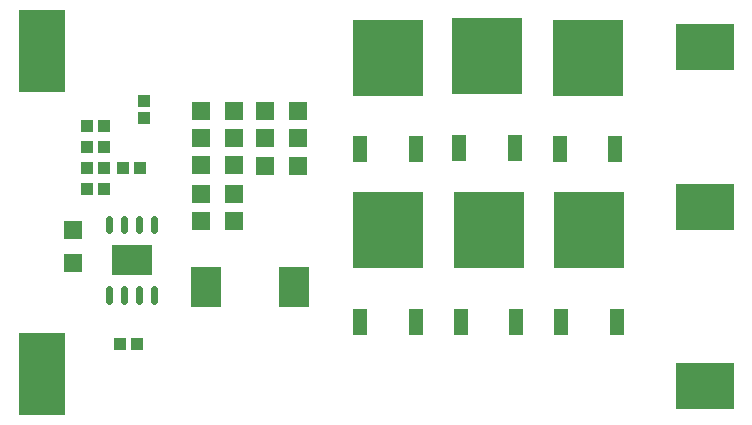
<source format=gtp>
G04 Layer: TopPasteMaskLayer*
G04 EasyEDA v5.9.41, Fri, 08 Feb 2019 23:39:09 GMT*
G04 113b46e1fbc2432c9b03807f1b5d6b43*
G04 Gerber Generator version 0.2*
G04 Scale: 100 percent, Rotated: No, Reflected: No *
G04 Dimensions in millimeters *
G04 leading zeros omitted , absolute positions ,3 integer and 3 decimal *
%FSLAX33Y33*%
%MOMM*%
G90*
G71D02*

%ADD17C,0.599999*%
%ADD21R,3.999992X7.000011*%
%ADD22R,4.999990X3.999992*%
%ADD23R,3.499866X2.499995*%
%ADD24R,1.099998X0.999998*%
%ADD25R,0.999998X1.099998*%
%ADD26R,1.600200X1.600200*%
%ADD27R,2.499995X3.499993*%
%ADD28R,1.199998X2.199996*%
%ADD29R,6.000013X6.499987*%

%LPD*%
G54D17*
G01X11938Y16010D02*
G01X11938Y17009D01*
G01X10668Y16010D02*
G01X10668Y17009D01*
G01X9398Y16010D02*
G01X9398Y17009D01*
G01X8128Y16010D02*
G01X8128Y17009D01*
G01X11938Y10066D02*
G01X11938Y11066D01*
G01X10668Y10066D02*
G01X10668Y11066D01*
G01X9398Y10066D02*
G01X9398Y11066D01*
G01X8128Y10066D02*
G01X8128Y11066D01*
G54D21*
G01X2413Y31191D03*
G01X2413Y3886D03*
G54D22*
G01X58547Y31572D03*
G01X58547Y17965D03*
G01X58547Y2870D03*
G54D23*
G01X10033Y13538D03*
G54D24*
G01X11049Y25538D03*
G01X11049Y26937D03*
G54D25*
G01X6284Y19507D03*
G01X7685Y19507D03*
G54D26*
G01X5080Y16078D03*
G01X5080Y13279D03*
G54D25*
G01X10479Y6426D03*
G01X9079Y6426D03*
G01X9332Y21285D03*
G01X10733Y21285D03*
G01X6284Y21285D03*
G01X7685Y21285D03*
G01X6284Y23063D03*
G01X7685Y23063D03*
G01X6284Y24841D03*
G01X7685Y24841D03*
G54D27*
G01X16365Y11252D03*
G01X23766Y11252D03*
G54D26*
G01X15875Y26111D03*
G01X18674Y26111D03*
G54D28*
G01X42494Y23002D03*
G01X37769Y22997D03*
G54D29*
G01X40132Y30749D03*
G54D28*
G01X42621Y8270D03*
G01X37896Y8265D03*
G54D29*
G01X40259Y16017D03*
G54D26*
G01X21336Y23825D03*
G01X24135Y23825D03*
G54D28*
G01X34112Y22875D03*
G01X29387Y22870D03*
G54D29*
G01X31750Y30622D03*
G54D28*
G01X34112Y8270D03*
G01X29387Y8265D03*
G54D29*
G01X31750Y16017D03*
G54D26*
G01X21336Y26105D03*
G01X24136Y26105D03*
G54D28*
G01X51003Y22875D03*
G01X46278Y22870D03*
G54D29*
G01X48641Y30622D03*
G54D28*
G01X51130Y8270D03*
G01X46405Y8265D03*
G54D29*
G01X48768Y16017D03*
G54D26*
G01X21346Y21495D03*
G01X24146Y21495D03*
G01X15875Y23825D03*
G01X18674Y23825D03*
G01X15875Y21539D03*
G01X18674Y21539D03*
G01X15875Y19126D03*
G01X18674Y19126D03*
G01X15875Y16840D03*
G01X18674Y16840D03*
M00*
M02*

</source>
